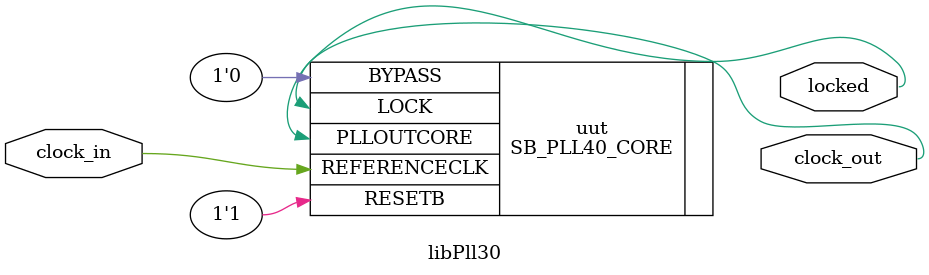
<source format=sv>
/**
 * PLL configuration
 *
 * This Verilog module was generated automatically
 * using the icepll tool from the IceStorm project.
 * Use at your own risk.
 *
 * Given input frequency:        12.000 MHz
 * Requested output frequency:   30.000 MHz
 * Achieved output frequency:    30.000 MHz
 */

module libPll30(
	input  clock_in,
	output clock_out,
	output locked
	);

SB_PLL40_CORE #(
		.FEEDBACK_PATH("SIMPLE"),
		.DIVR(4'b0000),		// DIVR =  0
		.DIVF(7'b1001111),	// DIVF = 79
		.DIVQ(3'b101),		// DIVQ =  5
		.FILTER_RANGE(3'b001)	// FILTER_RANGE = 1
	) uut (
		.LOCK(locked),
		.RESETB(1'b1),
		.BYPASS(1'b0),
		.REFERENCECLK(clock_in),
		.PLLOUTCORE(clock_out)
		);

endmodule

</source>
